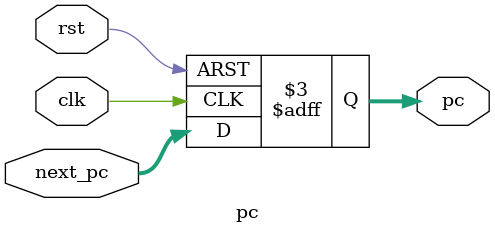
<source format=sv>
module pc (
    output reg [31:0] pc,
    input      [31:0] next_pc,
    input             clk, rst
);

    always @ (posedge clk, negedge rst) begin
        if(!rst) begin
            pc = '0;
        end else begin
            pc <= next_pc;
        end
    end

endmodule
</source>
